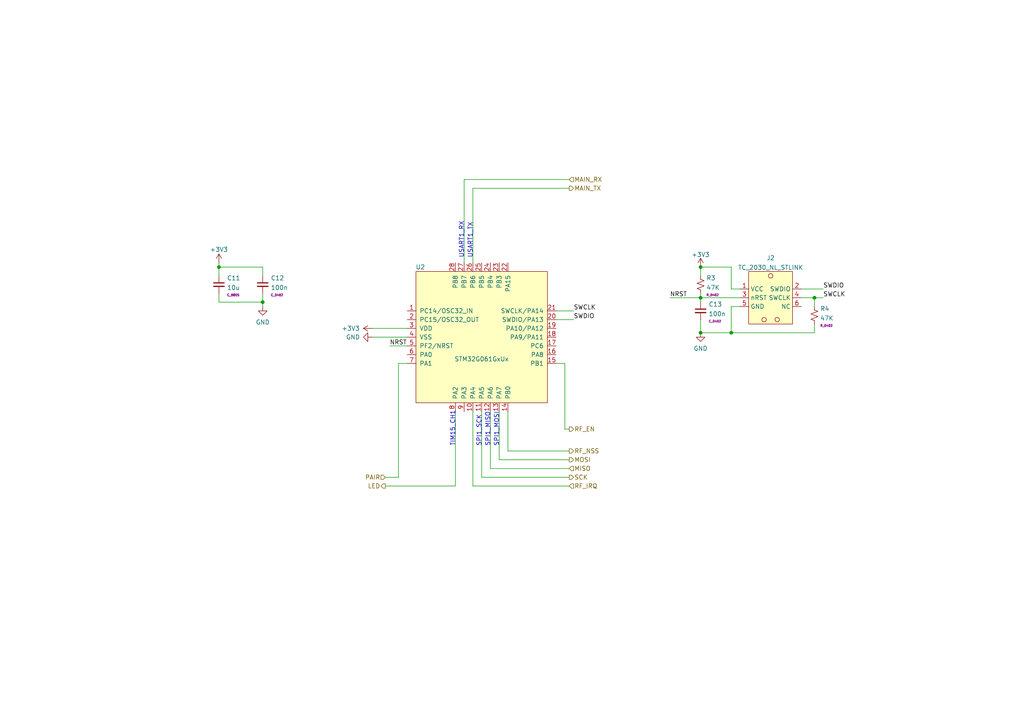
<source format=kicad_sch>
(kicad_sch (version 20211123) (generator eeschema)

  (uuid 3aa8fb0d-b354-43e3-b928-83174e118de7)

  (paper "A4")

  (lib_symbols
    (symbol "C_Capacitor:C_0402" (pin_numbers hide) (pin_names (offset 1.016)) (in_bom yes) (on_board yes)
      (property "Reference" "C" (id 0) (at 3.175 1.905 0)
        (effects (font (size 1.27 1.27)))
      )
      (property "Value" "C_0402" (id 1) (at 5.715 0 0)
        (effects (font (size 1.27 1.27)))
      )
      (property "Footprint" "C_Capacitor:C_0402" (id 2) (at -3.175 0 90)
        (effects (font (size 1.27 1.27)) hide)
      )
      (property "Datasheet" "" (id 3) (at 2.54 2.54 0)
        (effects (font (size 1.27 1.27)) hide)
      )
      (property "Size" "C_0402" (id 4) (at 4.445 -1.905 0)
        (effects (font (size 0.635 0.635)))
      )
      (symbol "C_0402_1_1"
        (polyline
          (pts
            (xy -1.524 -0.508)
            (xy 1.524 -0.508)
          )
          (stroke (width 0.3302) (type default) (color 0 0 0 0))
          (fill (type none))
        )
        (polyline
          (pts
            (xy -1.524 0.508)
            (xy 1.524 0.508)
          )
          (stroke (width 0.3048) (type default) (color 0 0 0 0))
          (fill (type none))
        )
        (pin passive line (at 0 2.54 270) (length 2.032)
          (name "~" (effects (font (size 1.27 1.27))))
          (number "1" (effects (font (size 1.27 1.27))))
        )
        (pin passive line (at 0 -2.54 90) (length 2.032)
          (name "~" (effects (font (size 1.27 1.27))))
          (number "2" (effects (font (size 1.27 1.27))))
        )
      )
    )
    (symbol "C_Capacitor:C_0805" (pin_numbers hide) (pin_names (offset 1.016)) (in_bom yes) (on_board yes)
      (property "Reference" "C" (id 0) (at 3.175 1.905 0)
        (effects (font (size 1.27 1.27)))
      )
      (property "Value" "C_0805" (id 1) (at 5.715 0 0)
        (effects (font (size 1.27 1.27)))
      )
      (property "Footprint" "C_Capacitor:C_0805" (id 2) (at -3.175 0 90)
        (effects (font (size 1.27 1.27)) hide)
      )
      (property "Datasheet" "" (id 3) (at 2.54 2.54 0)
        (effects (font (size 1.27 1.27)) hide)
      )
      (property "Size" "C_0805" (id 4) (at 4.445 -1.905 0)
        (effects (font (size 0.635 0.635)))
      )
      (symbol "C_0805_1_1"
        (polyline
          (pts
            (xy -1.524 -0.508)
            (xy 1.524 -0.508)
          )
          (stroke (width 0.3302) (type default) (color 0 0 0 0))
          (fill (type none))
        )
        (polyline
          (pts
            (xy -1.524 0.508)
            (xy 1.524 0.508)
          )
          (stroke (width 0.3048) (type default) (color 0 0 0 0))
          (fill (type none))
        )
        (pin passive line (at 0 2.54 270) (length 2.032)
          (name "~" (effects (font (size 1.27 1.27))))
          (number "1" (effects (font (size 1.27 1.27))))
        )
        (pin passive line (at 0 -2.54 90) (length 2.032)
          (name "~" (effects (font (size 1.27 1.27))))
          (number "2" (effects (font (size 1.27 1.27))))
        )
      )
    )
    (symbol "J_Connector:TC_2030_NL_STLINK" (in_bom no) (on_board yes)
      (property "Reference" "J" (id 0) (at -5.715 9.525 0)
        (effects (font (size 1.27 1.27)))
      )
      (property "Value" "TC_2030_NL_STLINK" (id 1) (at 0 -9.525 0)
        (effects (font (size 1.27 1.27)))
      )
      (property "Footprint" "N_NonPart:TagConnect_2030_NL" (id 2) (at 0 -11.43 0)
        (effects (font (size 1.27 1.27)) hide)
      )
      (property "Datasheet" "" (id 3) (at -5.715 0 0)
        (effects (font (size 1.27 1.27)) hide)
      )
      (symbol "TC_2030_NL_STLINK_0_1"
        (rectangle (start -6.35 7.62) (end 6.35 -7.62)
          (stroke (width 0.1524) (type default) (color 0 0 0 0))
          (fill (type background))
        )
        (circle (center -1.905 -6.35) (radius 0.635)
          (stroke (width 0.1524) (type default) (color 0 0 0 0))
          (fill (type none))
        )
        (circle (center 0 6.35) (radius 0.635)
          (stroke (width 0.1524) (type default) (color 0 0 0 0))
          (fill (type none))
        )
        (circle (center 1.905 -6.35) (radius 0.635)
          (stroke (width 0.1524) (type default) (color 0 0 0 0))
          (fill (type none))
        )
      )
      (symbol "TC_2030_NL_STLINK_1_1"
        (pin power_in line (at -8.89 2.54 0) (length 2.54)
          (name "VCC" (effects (font (size 1.27 1.27))))
          (number "1" (effects (font (size 1.27 1.27))))
        )
        (pin bidirectional line (at 8.89 2.54 180) (length 2.54)
          (name "SWDIO" (effects (font (size 1.27 1.27))))
          (number "2" (effects (font (size 1.27 1.27))))
        )
        (pin output line (at -8.89 0 0) (length 2.54)
          (name "nRST" (effects (font (size 1.27 1.27))))
          (number "3" (effects (font (size 1.27 1.27))))
        )
        (pin bidirectional line (at 8.89 0 180) (length 2.54)
          (name "SWCLK" (effects (font (size 1.27 1.27))))
          (number "4" (effects (font (size 1.27 1.27))))
        )
        (pin power_in line (at -8.89 -2.54 0) (length 2.54)
          (name "GND" (effects (font (size 1.27 1.27))))
          (number "5" (effects (font (size 1.27 1.27))))
        )
        (pin free line (at 8.89 -2.54 180) (length 2.54)
          (name "NC" (effects (font (size 1.27 1.27))))
          (number "6" (effects (font (size 1.27 1.27))))
        )
      )
    )
    (symbol "R_Resistor:R_0402" (pin_numbers hide) (pin_names (offset 1.016)) (in_bom yes) (on_board yes)
      (property "Reference" "R" (id 0) (at 2.54 1.905 0)
        (effects (font (size 1.27 1.27)))
      )
      (property "Value" "R_0402" (id 1) (at 5.08 0 0)
        (effects (font (size 1.27 1.27)))
      )
      (property "Footprint" "R_Resistor:R_0402" (id 2) (at -2.54 0 90)
        (effects (font (size 1.27 1.27)) hide)
      )
      (property "Datasheet" "" (id 3) (at -2.54 -3.81 0)
        (effects (font (size 1.27 1.27)) hide)
      )
      (property "Size" "R_0402" (id 4) (at 3.81 -1.905 0)
        (effects (font (size 0.635 0.635)))
      )
      (symbol "R_0402_1_1"
        (polyline
          (pts
            (xy 0 0)
            (xy 1.016 -0.381)
            (xy 0 -0.762)
            (xy -1.016 -1.143)
            (xy 0 -1.524)
          )
          (stroke (width 0) (type default) (color 0 0 0 0))
          (fill (type none))
        )
        (polyline
          (pts
            (xy 0 1.524)
            (xy 1.016 1.143)
            (xy 0 0.762)
            (xy -1.016 0.381)
            (xy 0 0)
          )
          (stroke (width 0) (type default) (color 0 0 0 0))
          (fill (type none))
        )
        (pin passive line (at 0 2.54 270) (length 1.016)
          (name "~" (effects (font (size 1.27 1.27))))
          (number "1" (effects (font (size 1.27 1.27))))
        )
        (pin passive line (at 0 -2.54 90) (length 1.016)
          (name "~" (effects (font (size 1.27 1.27))))
          (number "2" (effects (font (size 1.27 1.27))))
        )
      )
    )
    (symbol "U_MCU:STM32G061GxUx" (pin_names (offset 1.016)) (in_bom yes) (on_board yes)
      (property "Reference" "U" (id 0) (at 1.27 39.37 0)
        (effects (font (size 1.27 1.27)))
      )
      (property "Value" "STM32G061GxUx" (id 1) (at 18.395 19.05 0)
        (effects (font (size 1.27 1.27)))
      )
      (property "Footprint" "U_IC:QFN28_05_4x4" (id 2) (at 18.395 17.145 0)
        (effects (font (size 1.27 1.27)) hide)
      )
      (property "Datasheet" "" (id 3) (at 0 0 0)
        (effects (font (size 1.27 1.27)) hide)
      )
      (symbol "STM32G061GxUx_0_1"
        (rectangle (start 0 38.1) (end 38.1 0)
          (stroke (width 0) (type default) (color 0 0 0 0))
          (fill (type background))
        )
      )
      (symbol "STM32G061GxUx_1_1"
        (pin bidirectional line (at -2.54 26.67 0) (length 2.54)
          (name "PC14/OSC32_IN" (effects (font (size 1.27 1.27))))
          (number "1" (effects (font (size 1.27 1.27))))
        )
        (pin bidirectional line (at 16.51 -2.54 90) (length 2.54)
          (name "PA4" (effects (font (size 1.27 1.27))))
          (number "10" (effects (font (size 1.27 1.27))))
        )
        (pin bidirectional line (at 19.05 -2.54 90) (length 2.54)
          (name "PA5" (effects (font (size 1.27 1.27))))
          (number "11" (effects (font (size 1.27 1.27))))
        )
        (pin bidirectional line (at 21.59 -2.54 90) (length 2.54)
          (name "PA6" (effects (font (size 1.27 1.27))))
          (number "12" (effects (font (size 1.27 1.27))))
        )
        (pin bidirectional line (at 24.13 -2.54 90) (length 2.54)
          (name "PA7" (effects (font (size 1.27 1.27))))
          (number "13" (effects (font (size 1.27 1.27))))
        )
        (pin bidirectional line (at 26.67 -2.54 90) (length 2.54)
          (name "PB0" (effects (font (size 1.27 1.27))))
          (number "14" (effects (font (size 1.27 1.27))))
        )
        (pin bidirectional line (at 40.64 11.43 180) (length 2.54)
          (name "PB1" (effects (font (size 1.27 1.27))))
          (number "15" (effects (font (size 1.27 1.27))))
        )
        (pin bidirectional line (at 40.64 13.97 180) (length 2.54)
          (name "PA8" (effects (font (size 1.27 1.27))))
          (number "16" (effects (font (size 1.27 1.27))))
        )
        (pin bidirectional line (at 40.64 16.51 180) (length 2.54)
          (name "PC6" (effects (font (size 1.27 1.27))))
          (number "17" (effects (font (size 1.27 1.27))))
        )
        (pin bidirectional line (at 40.64 19.05 180) (length 2.54)
          (name "PA9/PA11" (effects (font (size 1.27 1.27))))
          (number "18" (effects (font (size 1.27 1.27))))
        )
        (pin bidirectional line (at 40.64 21.59 180) (length 2.54)
          (name "PA10/PA12" (effects (font (size 1.27 1.27))))
          (number "19" (effects (font (size 1.27 1.27))))
        )
        (pin bidirectional line (at -2.54 24.13 0) (length 2.54)
          (name "PC15/OSC32_OUT" (effects (font (size 1.27 1.27))))
          (number "2" (effects (font (size 1.27 1.27))))
        )
        (pin bidirectional line (at 40.64 24.13 180) (length 2.54)
          (name "SWDIO/PA13" (effects (font (size 1.27 1.27))))
          (number "20" (effects (font (size 1.27 1.27))))
        )
        (pin bidirectional line (at 40.64 26.67 180) (length 2.54)
          (name "SWCLK/PA14" (effects (font (size 1.27 1.27))))
          (number "21" (effects (font (size 1.27 1.27))))
        )
        (pin bidirectional line (at 26.67 40.64 270) (length 2.54)
          (name "PA15" (effects (font (size 1.27 1.27))))
          (number "22" (effects (font (size 1.27 1.27))))
        )
        (pin bidirectional line (at 24.13 40.64 270) (length 2.54)
          (name "PB3" (effects (font (size 1.27 1.27))))
          (number "23" (effects (font (size 1.27 1.27))))
        )
        (pin bidirectional line (at 21.59 40.64 270) (length 2.54)
          (name "PB4" (effects (font (size 1.27 1.27))))
          (number "24" (effects (font (size 1.27 1.27))))
        )
        (pin bidirectional line (at 19.05 40.64 270) (length 2.54)
          (name "PB5" (effects (font (size 1.27 1.27))))
          (number "25" (effects (font (size 1.27 1.27))))
        )
        (pin bidirectional line (at 16.51 40.64 270) (length 2.54)
          (name "PB6" (effects (font (size 1.27 1.27))))
          (number "26" (effects (font (size 1.27 1.27))))
        )
        (pin bidirectional line (at 13.97 40.64 270) (length 2.54)
          (name "PB7" (effects (font (size 1.27 1.27))))
          (number "27" (effects (font (size 1.27 1.27))))
        )
        (pin bidirectional line (at 11.43 40.64 270) (length 2.54)
          (name "PB8" (effects (font (size 1.27 1.27))))
          (number "28" (effects (font (size 1.27 1.27))))
        )
        (pin power_in line (at -2.54 21.59 0) (length 2.54)
          (name "VDD" (effects (font (size 1.27 1.27))))
          (number "3" (effects (font (size 1.27 1.27))))
        )
        (pin power_in line (at -2.54 19.05 0) (length 2.54)
          (name "VSS" (effects (font (size 1.27 1.27))))
          (number "4" (effects (font (size 1.27 1.27))))
        )
        (pin bidirectional line (at -2.54 16.51 0) (length 2.54)
          (name "PF2/NRST" (effects (font (size 1.27 1.27))))
          (number "5" (effects (font (size 1.27 1.27))))
        )
        (pin bidirectional line (at -2.54 13.97 0) (length 2.54)
          (name "PA0" (effects (font (size 1.27 1.27))))
          (number "6" (effects (font (size 1.27 1.27))))
        )
        (pin bidirectional line (at -2.54 11.43 0) (length 2.54)
          (name "PA1" (effects (font (size 1.27 1.27))))
          (number "7" (effects (font (size 1.27 1.27))))
        )
        (pin bidirectional line (at 11.43 -2.54 90) (length 2.54)
          (name "PA2" (effects (font (size 1.27 1.27))))
          (number "8" (effects (font (size 1.27 1.27))))
        )
        (pin bidirectional line (at 13.97 -2.54 90) (length 2.54)
          (name "PA3" (effects (font (size 1.27 1.27))))
          (number "9" (effects (font (size 1.27 1.27))))
        )
      )
    )
    (symbol "power:+3V3" (power) (pin_names (offset 0)) (in_bom yes) (on_board yes)
      (property "Reference" "#PWR" (id 0) (at 0 -3.81 0)
        (effects (font (size 1.27 1.27)) hide)
      )
      (property "Value" "+3V3" (id 1) (at 0 3.556 0)
        (effects (font (size 1.27 1.27)))
      )
      (property "Footprint" "" (id 2) (at 0 0 0)
        (effects (font (size 1.27 1.27)) hide)
      )
      (property "Datasheet" "" (id 3) (at 0 0 0)
        (effects (font (size 1.27 1.27)) hide)
      )
      (property "ki_keywords" "power-flag" (id 4) (at 0 0 0)
        (effects (font (size 1.27 1.27)) hide)
      )
      (property "ki_description" "Power symbol creates a global label with name \"+3V3\"" (id 5) (at 0 0 0)
        (effects (font (size 1.27 1.27)) hide)
      )
      (symbol "+3V3_0_1"
        (polyline
          (pts
            (xy -0.762 1.27)
            (xy 0 2.54)
          )
          (stroke (width 0) (type default) (color 0 0 0 0))
          (fill (type none))
        )
        (polyline
          (pts
            (xy 0 0)
            (xy 0 2.54)
          )
          (stroke (width 0) (type default) (color 0 0 0 0))
          (fill (type none))
        )
        (polyline
          (pts
            (xy 0 2.54)
            (xy 0.762 1.27)
          )
          (stroke (width 0) (type default) (color 0 0 0 0))
          (fill (type none))
        )
      )
      (symbol "+3V3_1_1"
        (pin power_in line (at 0 0 90) (length 0) hide
          (name "+3V3" (effects (font (size 1.27 1.27))))
          (number "1" (effects (font (size 1.27 1.27))))
        )
      )
    )
    (symbol "power:GND" (power) (pin_names (offset 0)) (in_bom yes) (on_board yes)
      (property "Reference" "#PWR" (id 0) (at 0 -6.35 0)
        (effects (font (size 1.27 1.27)) hide)
      )
      (property "Value" "GND" (id 1) (at 0 -3.81 0)
        (effects (font (size 1.27 1.27)))
      )
      (property "Footprint" "" (id 2) (at 0 0 0)
        (effects (font (size 1.27 1.27)) hide)
      )
      (property "Datasheet" "" (id 3) (at 0 0 0)
        (effects (font (size 1.27 1.27)) hide)
      )
      (property "ki_keywords" "power-flag" (id 4) (at 0 0 0)
        (effects (font (size 1.27 1.27)) hide)
      )
      (property "ki_description" "Power symbol creates a global label with name \"GND\" , ground" (id 5) (at 0 0 0)
        (effects (font (size 1.27 1.27)) hide)
      )
      (symbol "GND_0_1"
        (polyline
          (pts
            (xy 0 0)
            (xy 0 -1.27)
            (xy 1.27 -1.27)
            (xy 0 -2.54)
            (xy -1.27 -1.27)
            (xy 0 -1.27)
          )
          (stroke (width 0) (type default) (color 0 0 0 0))
          (fill (type none))
        )
      )
      (symbol "GND_1_1"
        (pin power_in line (at 0 0 270) (length 0) hide
          (name "GND" (effects (font (size 1.27 1.27))))
          (number "1" (effects (font (size 1.27 1.27))))
        )
      )
    )
  )

  (junction (at 203.2 86.36) (diameter 0) (color 0 0 0 0)
    (uuid 200b173f-cdde-446c-8a08-6b184f420c68)
  )
  (junction (at 203.2 96.52) (diameter 0) (color 0 0 0 0)
    (uuid 52dbd067-eec8-4f3d-8c35-3f78cc8aa6b7)
  )
  (junction (at 76.2 87.63) (diameter 0) (color 0 0 0 0)
    (uuid af776230-cfdb-4176-8f2f-eae32ddd8e8b)
  )
  (junction (at 63.5 77.47) (diameter 0) (color 0 0 0 0)
    (uuid b05f01cf-3a84-4771-8404-ccc0efca55a8)
  )
  (junction (at 203.2 77.47) (diameter 0) (color 0 0 0 0)
    (uuid b5f2e274-8ce1-4623-9a62-ebcbbad31139)
  )
  (junction (at 212.09 96.52) (diameter 0) (color 0 0 0 0)
    (uuid cf64915b-f7d2-4952-964d-b6bf5dc93537)
  )
  (junction (at 236.22 86.36) (diameter 0) (color 0 0 0 0)
    (uuid d9b7658e-3b3f-49b1-9006-927271899b57)
  )

  (wire (pts (xy 132.08 119.38) (xy 132.08 140.97))
    (stroke (width 0) (type default) (color 0 0 0 0))
    (uuid 0051670b-de4d-49b4-9014-5b41833df631)
  )
  (wire (pts (xy 144.78 119.38) (xy 144.78 133.35))
    (stroke (width 0) (type default) (color 0 0 0 0))
    (uuid 008c3510-8a75-43ba-936e-5e2cfb006c64)
  )
  (wire (pts (xy 203.2 96.52) (xy 212.09 96.52))
    (stroke (width 0) (type default) (color 0 0 0 0))
    (uuid 071c3ff5-a313-4af5-bca3-a1224e336535)
  )
  (wire (pts (xy 115.57 138.43) (xy 115.57 105.41))
    (stroke (width 0) (type default) (color 0 0 0 0))
    (uuid 0720285f-e29d-4333-8f5c-0bb4095ecb12)
  )
  (wire (pts (xy 212.09 88.9) (xy 212.09 96.52))
    (stroke (width 0) (type default) (color 0 0 0 0))
    (uuid 0c573d53-f669-40f7-9ba3-bc6b49de19a0)
  )
  (wire (pts (xy 137.16 140.97) (xy 137.16 119.38))
    (stroke (width 0) (type default) (color 0 0 0 0))
    (uuid 10e405b0-0891-45a8-9b70-1e4701014d58)
  )
  (wire (pts (xy 203.2 86.36) (xy 214.63 86.36))
    (stroke (width 0) (type default) (color 0 0 0 0))
    (uuid 1a916742-efb5-4d63-8f9a-a6304f5f6f31)
  )
  (wire (pts (xy 147.32 130.81) (xy 165.1 130.81))
    (stroke (width 0) (type default) (color 0 0 0 0))
    (uuid 1b8414ae-5931-4a37-b761-3a5dbb618dae)
  )
  (wire (pts (xy 194.31 86.36) (xy 203.2 86.36))
    (stroke (width 0) (type default) (color 0 0 0 0))
    (uuid 1f98e591-ee0d-46c4-873c-0f41b7025d54)
  )
  (wire (pts (xy 147.32 119.38) (xy 147.32 130.81))
    (stroke (width 0) (type default) (color 0 0 0 0))
    (uuid 23c6bd39-4a25-411c-9677-ca9d8c3e2eaa)
  )
  (wire (pts (xy 165.1 52.07) (xy 134.62 52.07))
    (stroke (width 0) (type default) (color 0 0 0 0))
    (uuid 2b81d39a-d757-40d6-953b-53e49451e6f1)
  )
  (wire (pts (xy 63.5 87.63) (xy 76.2 87.63))
    (stroke (width 0) (type default) (color 0 0 0 0))
    (uuid 33275941-74a7-419a-8c4e-917d8874d702)
  )
  (wire (pts (xy 111.76 140.97) (xy 132.08 140.97))
    (stroke (width 0) (type default) (color 0 0 0 0))
    (uuid 352e1d1f-d8c0-4df3-82c0-73f9fc548b81)
  )
  (wire (pts (xy 113.03 100.33) (xy 118.11 100.33))
    (stroke (width 0) (type default) (color 0 0 0 0))
    (uuid 3df52994-ddf0-42ef-824c-7d2934652d31)
  )
  (wire (pts (xy 236.22 86.36) (xy 238.76 86.36))
    (stroke (width 0) (type default) (color 0 0 0 0))
    (uuid 45b6fc7c-9309-472e-abf2-5f380b339b60)
  )
  (wire (pts (xy 236.22 88.9) (xy 236.22 86.36))
    (stroke (width 0) (type default) (color 0 0 0 0))
    (uuid 46254ac4-a64c-47f5-ae7a-ab9ff851720b)
  )
  (wire (pts (xy 63.5 77.47) (xy 76.2 77.47))
    (stroke (width 0) (type default) (color 0 0 0 0))
    (uuid 4f18e7a3-c165-429b-8d49-2ccfe481b0a1)
  )
  (wire (pts (xy 111.76 138.43) (xy 115.57 138.43))
    (stroke (width 0) (type default) (color 0 0 0 0))
    (uuid 5a22c4e7-ec50-4fb6-92bb-d13cbabd40af)
  )
  (wire (pts (xy 232.41 83.82) (xy 238.76 83.82))
    (stroke (width 0) (type default) (color 0 0 0 0))
    (uuid 5fcd2c9b-9115-449a-b60f-f7b911937a9e)
  )
  (wire (pts (xy 134.62 52.07) (xy 134.62 76.2))
    (stroke (width 0) (type default) (color 0 0 0 0))
    (uuid 6474a416-0d57-4ae3-a3fc-29163d924425)
  )
  (wire (pts (xy 203.2 85.09) (xy 203.2 86.36))
    (stroke (width 0) (type default) (color 0 0 0 0))
    (uuid 64fce056-5aaa-4618-8842-987f287d7dea)
  )
  (wire (pts (xy 212.09 83.82) (xy 212.09 77.47))
    (stroke (width 0) (type default) (color 0 0 0 0))
    (uuid 66788d3d-b715-4d82-8446-d2965f89a986)
  )
  (wire (pts (xy 163.83 124.46) (xy 165.1 124.46))
    (stroke (width 0) (type default) (color 0 0 0 0))
    (uuid 8072d14a-2370-42ea-9e74-9a891ed542f5)
  )
  (wire (pts (xy 76.2 77.47) (xy 76.2 80.01))
    (stroke (width 0) (type default) (color 0 0 0 0))
    (uuid 823e5e94-01a0-4461-90ad-f3be2f980259)
  )
  (wire (pts (xy 165.1 138.43) (xy 139.7 138.43))
    (stroke (width 0) (type default) (color 0 0 0 0))
    (uuid 8853ed0e-074a-46b4-9b54-d00febec10b8)
  )
  (wire (pts (xy 165.1 140.97) (xy 137.16 140.97))
    (stroke (width 0) (type default) (color 0 0 0 0))
    (uuid 8a18efa0-6d02-421d-a0a9-2a1fc61b53d5)
  )
  (wire (pts (xy 107.95 95.25) (xy 118.11 95.25))
    (stroke (width 0) (type default) (color 0 0 0 0))
    (uuid 8a22bd09-bb41-4ae5-bdd2-5807546aafd7)
  )
  (wire (pts (xy 161.29 105.41) (xy 163.83 105.41))
    (stroke (width 0) (type default) (color 0 0 0 0))
    (uuid 8b6e9726-5f3c-45ad-a2f7-c12b39e7b50f)
  )
  (wire (pts (xy 107.95 97.79) (xy 118.11 97.79))
    (stroke (width 0) (type default) (color 0 0 0 0))
    (uuid 9305b62d-20a8-4fe7-88b2-b22de42fa229)
  )
  (wire (pts (xy 76.2 85.09) (xy 76.2 87.63))
    (stroke (width 0) (type default) (color 0 0 0 0))
    (uuid 977bebb9-a124-4250-a824-885958d7617a)
  )
  (wire (pts (xy 236.22 96.52) (xy 212.09 96.52))
    (stroke (width 0) (type default) (color 0 0 0 0))
    (uuid 9cdaee65-9a60-4127-ab41-b5ed65e53958)
  )
  (wire (pts (xy 139.7 138.43) (xy 139.7 119.38))
    (stroke (width 0) (type default) (color 0 0 0 0))
    (uuid a32b85ba-3c6f-4497-a8db-a7d6c7eb43c9)
  )
  (wire (pts (xy 214.63 83.82) (xy 212.09 83.82))
    (stroke (width 0) (type default) (color 0 0 0 0))
    (uuid a38e1ee2-0a5d-4d0e-818e-c9b82886fcc8)
  )
  (wire (pts (xy 115.57 105.41) (xy 118.11 105.41))
    (stroke (width 0) (type default) (color 0 0 0 0))
    (uuid a3fcc55b-7524-4a20-ac35-014e12e49998)
  )
  (wire (pts (xy 63.5 76.2) (xy 63.5 77.47))
    (stroke (width 0) (type default) (color 0 0 0 0))
    (uuid a57898a3-9071-4156-8547-be124bec22da)
  )
  (wire (pts (xy 236.22 93.98) (xy 236.22 96.52))
    (stroke (width 0) (type default) (color 0 0 0 0))
    (uuid a8b80c69-79f9-46fa-8360-4f5fd2eca302)
  )
  (wire (pts (xy 144.78 133.35) (xy 165.1 133.35))
    (stroke (width 0) (type default) (color 0 0 0 0))
    (uuid aac08919-50c4-4bd0-9fe7-a52c766582cc)
  )
  (wire (pts (xy 214.63 88.9) (xy 212.09 88.9))
    (stroke (width 0) (type default) (color 0 0 0 0))
    (uuid b8aa57e5-7a87-41f0-bc31-0c01754f1eb9)
  )
  (wire (pts (xy 161.29 92.71) (xy 166.37 92.71))
    (stroke (width 0) (type default) (color 0 0 0 0))
    (uuid b96841e3-57b7-4460-98ef-b9ee05eb805e)
  )
  (wire (pts (xy 163.83 105.41) (xy 163.83 124.46))
    (stroke (width 0) (type default) (color 0 0 0 0))
    (uuid ba683124-2fd4-4564-8c87-f3b5ae537c81)
  )
  (wire (pts (xy 203.2 86.36) (xy 203.2 87.63))
    (stroke (width 0) (type default) (color 0 0 0 0))
    (uuid c238d971-9780-4b5e-b103-95002c9a5956)
  )
  (wire (pts (xy 142.24 135.89) (xy 142.24 119.38))
    (stroke (width 0) (type default) (color 0 0 0 0))
    (uuid c87c375e-c936-44bc-b82f-6d208e161f09)
  )
  (wire (pts (xy 63.5 80.01) (xy 63.5 77.47))
    (stroke (width 0) (type default) (color 0 0 0 0))
    (uuid cda31c20-7c90-4354-8a7f-b1cfa8fc5ba8)
  )
  (wire (pts (xy 161.29 90.17) (xy 166.37 90.17))
    (stroke (width 0) (type default) (color 0 0 0 0))
    (uuid d8853899-a410-4b72-9369-ccc8b434cbe3)
  )
  (wire (pts (xy 203.2 77.47) (xy 212.09 77.47))
    (stroke (width 0) (type default) (color 0 0 0 0))
    (uuid d95c74da-2cf1-4210-975e-67b5bed9ba5c)
  )
  (wire (pts (xy 232.41 86.36) (xy 236.22 86.36))
    (stroke (width 0) (type default) (color 0 0 0 0))
    (uuid d98dbe86-229d-4ea5-b689-e2e2f60d47b9)
  )
  (wire (pts (xy 76.2 88.9) (xy 76.2 87.63))
    (stroke (width 0) (type default) (color 0 0 0 0))
    (uuid dbc48b72-c478-4fd0-a233-d6c5de6d693d)
  )
  (wire (pts (xy 203.2 92.71) (xy 203.2 96.52))
    (stroke (width 0) (type default) (color 0 0 0 0))
    (uuid dc681f47-5aca-46a2-b739-f0e26e6e6311)
  )
  (wire (pts (xy 203.2 80.01) (xy 203.2 77.47))
    (stroke (width 0) (type default) (color 0 0 0 0))
    (uuid e97eecf2-6f3c-4ebc-8518-382e395ff10c)
  )
  (wire (pts (xy 137.16 76.2) (xy 137.16 54.61))
    (stroke (width 0) (type default) (color 0 0 0 0))
    (uuid ea88de7a-8b68-4a67-aabf-b6d64bbe43f8)
  )
  (wire (pts (xy 137.16 54.61) (xy 165.1 54.61))
    (stroke (width 0) (type default) (color 0 0 0 0))
    (uuid f18c0a33-1be9-4ec2-97f1-39872b185b97)
  )
  (wire (pts (xy 165.1 135.89) (xy 142.24 135.89))
    (stroke (width 0) (type default) (color 0 0 0 0))
    (uuid f252a72e-f085-4a2f-a3f8-4e2deb55762c)
  )
  (wire (pts (xy 63.5 85.09) (xy 63.5 87.63))
    (stroke (width 0) (type default) (color 0 0 0 0))
    (uuid f2a611a6-83af-4c40-806e-1bcc79584392)
  )

  (text "USART1_TX" (at 137.16 74.93 90)
    (effects (font (size 1.27 1.27)) (justify left bottom))
    (uuid 010a5a8c-4d34-4861-abd1-3b1399cd3a84)
  )
  (text "USART1_RX" (at 134.62 74.93 90)
    (effects (font (size 1.27 1.27)) (justify left bottom))
    (uuid 1696b1a7-6b4d-41f1-9de5-5f9aaf322c4b)
  )
  (text "SPI1_SCK" (at 139.7 129.54 90)
    (effects (font (size 1.27 1.27)) (justify left bottom))
    (uuid 2d25bb94-f8d1-4de3-8b71-f5ff66ed02a8)
  )
  (text "TIM15_CH1" (at 132.08 129.54 90)
    (effects (font (size 1.27 1.27)) (justify left bottom))
    (uuid 4705cc06-9df0-4ec8-9826-27ecf133b426)
  )
  (text "SPI1_MOSI" (at 144.78 129.54 90)
    (effects (font (size 1.27 1.27)) (justify left bottom))
    (uuid a4f853f6-af6f-4587-9db0-690b028a8698)
  )
  (text "SPI1_MISO" (at 142.24 129.54 90)
    (effects (font (size 1.27 1.27)) (justify left bottom))
    (uuid db86ae7c-bc4e-4b2e-805a-8cde84dd8af6)
  )

  (label "NRST" (at 194.31 86.36 0)
    (effects (font (size 1.27 1.27)) (justify left bottom))
    (uuid 07a15e8c-9597-4b60-9c7e-fcd0da2fd462)
  )
  (label "SWDIO" (at 238.76 83.82 0)
    (effects (font (size 1.27 1.27)) (justify left bottom))
    (uuid 2e638698-5d9d-4f51-acba-b8063633885e)
  )
  (label "SWCLK" (at 166.37 90.17 0)
    (effects (font (size 1.27 1.27)) (justify left bottom))
    (uuid a6411d23-18a1-448a-a35e-7caa0ab87904)
  )
  (label "SWCLK" (at 238.76 86.36 0)
    (effects (font (size 1.27 1.27)) (justify left bottom))
    (uuid c6c88e63-3fa5-4550-8d3e-fbdad399922a)
  )
  (label "SWDIO" (at 166.37 92.71 0)
    (effects (font (size 1.27 1.27)) (justify left bottom))
    (uuid dd4be04d-fbbf-4792-8b5d-ba711361546d)
  )
  (label "NRST" (at 113.03 100.33 0)
    (effects (font (size 1.27 1.27)) (justify left bottom))
    (uuid eaab1d3c-d3a5-444e-845c-1296e5fda08a)
  )

  (hierarchical_label "MISO" (shape input) (at 165.1 135.89 0)
    (effects (font (size 1.27 1.27)) (justify left))
    (uuid 1b1bfad2-5051-41a8-a44f-aba72b388a0c)
  )
  (hierarchical_label "PAIR" (shape input) (at 111.76 138.43 180)
    (effects (font (size 1.27 1.27)) (justify right))
    (uuid 1e407100-304a-4132-8ca8-946ab3baafaa)
  )
  (hierarchical_label "RF_IRQ" (shape input) (at 165.1 140.97 0)
    (effects (font (size 1.27 1.27)) (justify left))
    (uuid 2a960024-bdc9-41ea-b3f8-9fc6a7404ee6)
  )
  (hierarchical_label "RF_EN" (shape output) (at 165.1 124.46 0)
    (effects (font (size 1.27 1.27)) (justify left))
    (uuid 31c8b217-8774-45eb-9421-2f0e24eee794)
  )
  (hierarchical_label "SCK" (shape output) (at 165.1 138.43 0)
    (effects (font (size 1.27 1.27)) (justify left))
    (uuid 892e1ec6-8f87-47f5-828e-5ea8d7b8bc73)
  )
  (hierarchical_label "RF_NSS" (shape output) (at 165.1 130.81 0)
    (effects (font (size 1.27 1.27)) (justify left))
    (uuid 8d935791-3132-4995-a486-ca945a89f873)
  )
  (hierarchical_label "MOSI" (shape output) (at 165.1 133.35 0)
    (effects (font (size 1.27 1.27)) (justify left))
    (uuid 9270cde8-f7ee-4b79-b4f4-4a158f0b9f9b)
  )
  (hierarchical_label "LED" (shape output) (at 111.76 140.97 180)
    (effects (font (size 1.27 1.27)) (justify right))
    (uuid bf5b47bd-b2c6-4e30-9bcf-674121a00c2c)
  )
  (hierarchical_label "MAIN_TX" (shape output) (at 165.1 54.61 0)
    (effects (font (size 1.27 1.27)) (justify left))
    (uuid d2b5a82f-d896-4999-bd54-26e1043c6782)
  )
  (hierarchical_label "MAIN_RX" (shape input) (at 165.1 52.07 0)
    (effects (font (size 1.27 1.27)) (justify left))
    (uuid d399e30a-80a9-4f2e-921b-9699e621fb5c)
  )

  (symbol (lib_id "power:+3V3") (at 63.5 76.2 0) (unit 1)
    (in_bom yes) (on_board yes)
    (uuid 227deb12-8fd2-46b3-9ebf-e112d0c47c82)
    (property "Reference" "#PWR011" (id 0) (at 63.5 80.01 0)
      (effects (font (size 1.27 1.27)) hide)
    )
    (property "Value" "+3V3" (id 1) (at 63.5 72.39 0))
    (property "Footprint" "" (id 2) (at 63.5 76.2 0)
      (effects (font (size 1.27 1.27)) hide)
    )
    (property "Datasheet" "" (id 3) (at 63.5 76.2 0)
      (effects (font (size 1.27 1.27)) hide)
    )
    (pin "1" (uuid f3d5b923-4a62-4a9c-871d-32e4d7d7dbab))
  )

  (symbol (lib_id "power:GND") (at 203.2 96.52 0) (unit 1)
    (in_bom yes) (on_board yes) (fields_autoplaced)
    (uuid 3c46a2d8-dbc8-494d-a143-d22be84f23f3)
    (property "Reference" "#PWR017" (id 0) (at 203.2 102.87 0)
      (effects (font (size 1.27 1.27)) hide)
    )
    (property "Value" "GND" (id 1) (at 203.2 101.0825 0))
    (property "Footprint" "" (id 2) (at 203.2 96.52 0)
      (effects (font (size 1.27 1.27)) hide)
    )
    (property "Datasheet" "" (id 3) (at 203.2 96.52 0)
      (effects (font (size 1.27 1.27)) hide)
    )
    (pin "1" (uuid 3badbd85-e2d3-42dc-a196-dd4cea8682d5))
  )

  (symbol (lib_id "power:+3V3") (at 107.95 95.25 90) (unit 1)
    (in_bom yes) (on_board yes)
    (uuid 4511a38a-5100-4df8-88e1-5a3b64b92911)
    (property "Reference" "#PWR014" (id 0) (at 111.76 95.25 0)
      (effects (font (size 1.27 1.27)) hide)
    )
    (property "Value" "+3V3" (id 1) (at 99.06 95.25 90)
      (effects (font (size 1.27 1.27)) (justify right))
    )
    (property "Footprint" "" (id 2) (at 107.95 95.25 0)
      (effects (font (size 1.27 1.27)) hide)
    )
    (property "Datasheet" "" (id 3) (at 107.95 95.25 0)
      (effects (font (size 1.27 1.27)) hide)
    )
    (pin "1" (uuid 64aa0902-ee17-47d4-ab92-b30290d4903b))
  )

  (symbol (lib_id "power:GND") (at 107.95 97.79 270) (unit 1)
    (in_bom yes) (on_board yes)
    (uuid 4a1f5b3e-897c-4c3b-9826-ecd7f3f7a584)
    (property "Reference" "#PWR015" (id 0) (at 101.6 97.79 0)
      (effects (font (size 1.27 1.27)) hide)
    )
    (property "Value" "GND" (id 1) (at 100.33 97.79 90)
      (effects (font (size 1.27 1.27)) (justify left))
    )
    (property "Footprint" "" (id 2) (at 107.95 97.79 0)
      (effects (font (size 1.27 1.27)) hide)
    )
    (property "Datasheet" "" (id 3) (at 107.95 97.79 0)
      (effects (font (size 1.27 1.27)) hide)
    )
    (pin "1" (uuid dc6d2a2b-55d8-45d7-b1bf-5e2de5359b22))
  )

  (symbol (lib_id "power:+3V3") (at 203.2 77.47 0) (unit 1)
    (in_bom yes) (on_board yes) (fields_autoplaced)
    (uuid 4b85bced-0d98-45d5-8d6e-888fa3cc7301)
    (property "Reference" "#PWR016" (id 0) (at 203.2 81.28 0)
      (effects (font (size 1.27 1.27)) hide)
    )
    (property "Value" "+3V3" (id 1) (at 203.2 73.8655 0))
    (property "Footprint" "" (id 2) (at 203.2 77.47 0)
      (effects (font (size 1.27 1.27)) hide)
    )
    (property "Datasheet" "" (id 3) (at 203.2 77.47 0)
      (effects (font (size 1.27 1.27)) hide)
    )
    (pin "1" (uuid c8719d7f-0dea-47ed-a340-83fb6cd2cd4d))
  )

  (symbol (lib_id "power:GND") (at 76.2 88.9 0) (unit 1)
    (in_bom yes) (on_board yes) (fields_autoplaced)
    (uuid 60b7e46d-054d-4d27-b522-185a061a7014)
    (property "Reference" "#PWR012" (id 0) (at 76.2 95.25 0)
      (effects (font (size 1.27 1.27)) hide)
    )
    (property "Value" "GND" (id 1) (at 76.2 93.4625 0))
    (property "Footprint" "" (id 2) (at 76.2 88.9 0)
      (effects (font (size 1.27 1.27)) hide)
    )
    (property "Datasheet" "" (id 3) (at 76.2 88.9 0)
      (effects (font (size 1.27 1.27)) hide)
    )
    (pin "1" (uuid bb1fc33e-bdbc-4eba-8db8-2dbba7eafb25))
  )

  (symbol (lib_id "J_Connector:TC_2030_NL_STLINK") (at 223.52 86.36 0) (unit 1)
    (in_bom no) (on_board yes) (fields_autoplaced)
    (uuid 7a343669-e30d-4ddb-bbfd-8fb9c8060118)
    (property "Reference" "J2" (id 0) (at 223.52 74.8243 0))
    (property "Value" "TC_2030_NL_STLINK" (id 1) (at 223.52 77.5994 0))
    (property "Footprint" "N_NonPart:TagConnect_2030_NL" (id 2) (at 223.52 97.79 0)
      (effects (font (size 1.27 1.27)) hide)
    )
    (property "Datasheet" "" (id 3) (at 217.805 86.36 0)
      (effects (font (size 1.27 1.27)) hide)
    )
    (pin "1" (uuid 1e41e693-1b0c-4a15-ae0f-ed0e88ade4a2))
    (pin "2" (uuid 45bd6cbb-eb4c-4fc2-adfd-00dff95179a7))
    (pin "3" (uuid 4821b9d4-b973-4da4-9622-81e5e27a6617))
    (pin "4" (uuid 1e7c24ad-03b6-47a8-b896-00a4084ea34b))
    (pin "5" (uuid aec7e905-4a29-4391-bf8e-ff692878aae6))
    (pin "6" (uuid 405e6150-9894-4957-9c8e-2b61567de643))
  )

  (symbol (lib_id "R_Resistor:R_0402") (at 236.22 91.44 0) (unit 1)
    (in_bom yes) (on_board yes) (fields_autoplaced)
    (uuid 82c2ff6c-96a6-4a32-a74b-bb5383bc9904)
    (property "Reference" "R4" (id 0) (at 237.871 89.5347 0)
      (effects (font (size 1.27 1.27)) (justify left))
    )
    (property "Value" "47K" (id 1) (at 237.871 92.3098 0)
      (effects (font (size 1.27 1.27)) (justify left))
    )
    (property "Footprint" "R_Resistor:R_0402" (id 2) (at 233.68 91.44 90)
      (effects (font (size 1.27 1.27)) hide)
    )
    (property "Datasheet" "" (id 3) (at 233.68 95.25 0)
      (effects (font (size 1.27 1.27)) hide)
    )
    (property "Size" "R_0402" (id 4) (at 237.871 94.4547 0)
      (effects (font (size 0.635 0.635)) (justify left))
    )
    (pin "1" (uuid 4638160d-4781-4e9c-bb0f-b09403720cf6))
    (pin "2" (uuid d60a7999-cb2b-4b89-b741-15b7bcfdd08a))
  )

  (symbol (lib_id "C_Capacitor:C_0805") (at 63.5 82.55 0) (unit 1)
    (in_bom yes) (on_board yes) (fields_autoplaced)
    (uuid 9361635a-60fb-4fc6-9cff-90130a333ba8)
    (property "Reference" "C11" (id 0) (at 65.8241 80.651 0)
      (effects (font (size 1.27 1.27)) (justify left))
    )
    (property "Value" "10u" (id 1) (at 65.8241 83.4261 0)
      (effects (font (size 1.27 1.27)) (justify left))
    )
    (property "Footprint" "C_Capacitor:C_0805" (id 2) (at 60.325 82.55 90)
      (effects (font (size 1.27 1.27)) hide)
    )
    (property "Datasheet" "" (id 3) (at 66.04 80.01 0)
      (effects (font (size 1.27 1.27)) hide)
    )
    (property "Size" "C_0805" (id 4) (at 65.8241 85.571 0)
      (effects (font (size 0.635 0.635)) (justify left))
    )
    (pin "1" (uuid 2174a362-9ad8-4c07-9c2e-382394eae881))
    (pin "2" (uuid 95bc8f1a-cd6d-4f5c-9621-9a0fcc480b36))
  )

  (symbol (lib_id "R_Resistor:R_0402") (at 203.2 82.55 0) (unit 1)
    (in_bom yes) (on_board yes) (fields_autoplaced)
    (uuid a71ed36b-fcc3-4014-8309-e07b352f3d03)
    (property "Reference" "R3" (id 0) (at 204.851 80.6447 0)
      (effects (font (size 1.27 1.27)) (justify left))
    )
    (property "Value" "47K" (id 1) (at 204.851 83.4198 0)
      (effects (font (size 1.27 1.27)) (justify left))
    )
    (property "Footprint" "R_Resistor:R_0402" (id 2) (at 200.66 82.55 90)
      (effects (font (size 1.27 1.27)) hide)
    )
    (property "Datasheet" "" (id 3) (at 200.66 86.36 0)
      (effects (font (size 1.27 1.27)) hide)
    )
    (property "Size" "R_0402" (id 4) (at 204.851 85.5647 0)
      (effects (font (size 0.635 0.635)) (justify left))
    )
    (pin "1" (uuid 9fdd7613-7acd-4eb8-b47e-82891b9e9cf1))
    (pin "2" (uuid b7001177-78c8-445a-9be8-a6aa32a6057b))
  )

  (symbol (lib_id "U_MCU:STM32G061GxUx") (at 120.65 116.84 0) (unit 1)
    (in_bom yes) (on_board yes)
    (uuid e54fe45d-d8c3-4139-986e-f760a37ca36c)
    (property "Reference" "U2" (id 0) (at 121.92 77.47 0))
    (property "Value" "STM32G061GxUx" (id 1) (at 139.7 104.14 0))
    (property "Footprint" "U_IC:QFN28_05_4x4" (id 2) (at 139.045 99.695 0)
      (effects (font (size 1.27 1.27)) hide)
    )
    (property "Datasheet" "" (id 3) (at 120.65 116.84 0)
      (effects (font (size 1.27 1.27)) hide)
    )
    (pin "1" (uuid 2b3e9f7f-d1b0-44cb-ab0d-99e195880f92))
    (pin "10" (uuid 3e35b48a-6288-44fd-9d96-79e3485bcc1b))
    (pin "11" (uuid 05bd9f17-ef09-4243-ace0-ef9043b29a4e))
    (pin "12" (uuid cd76156e-8abf-4daa-a780-ac38c0bf6c0d))
    (pin "13" (uuid 31feacd3-2532-4236-a9c3-da241ebcab62))
    (pin "14" (uuid 5da9062a-e7ca-4be0-9c62-f9bf32142b83))
    (pin "15" (uuid 9a4edbff-0e6a-478f-bf8b-45db7247f986))
    (pin "16" (uuid 8b91be8c-b4d5-4493-9d68-95098935d26d))
    (pin "17" (uuid f279a1e6-3cdc-4e7a-8847-b3697a3da413))
    (pin "18" (uuid 3b340f02-34ef-4cbf-8902-9be52044a661))
    (pin "19" (uuid 1cdd2e4e-068d-4173-a5ca-238371ef4a6f))
    (pin "2" (uuid cb372891-eae9-421a-9cc2-5616cdb1ec8c))
    (pin "20" (uuid 219448b3-a612-4edb-9d8a-4cb799a7f77e))
    (pin "21" (uuid 0efb9bfa-4abf-40e6-996d-3846c091f809))
    (pin "22" (uuid 117f8612-b429-4239-b2d2-87c0cbd48d17))
    (pin "23" (uuid 068bfcac-cd9c-4ce4-b66a-1a83b373dd8c))
    (pin "24" (uuid 515dbb9f-08c8-47e3-8e67-f4cb1b01e1a9))
    (pin "25" (uuid dc790ded-742d-4cd2-abb5-b3086fe3d8ac))
    (pin "26" (uuid b1cb3b9c-d395-453c-bc92-1caad72e21e3))
    (pin "27" (uuid 68e70883-9f8c-4457-92b2-79ed9ec5f220))
    (pin "28" (uuid b7663d9a-7820-4879-8b7a-5043c4dc8939))
    (pin "3" (uuid f925db6e-75ec-4cfd-abe9-505862df28b3))
    (pin "4" (uuid 13ed3d22-7aca-430d-96f4-78ece3e901e6))
    (pin "5" (uuid 2e1a7667-b73c-49b5-aa8c-fbc1aeff6a01))
    (pin "6" (uuid a294097c-9bbb-4b75-a36b-f0f4735b2083))
    (pin "7" (uuid 53637c85-031b-4e1d-abc0-6fc82a431e39))
    (pin "8" (uuid 2586e912-443a-4ce9-8f0c-52ed9e0c37ee))
    (pin "9" (uuid 262592d7-58d4-4fe9-af31-cbdee11aa0d3))
  )

  (symbol (lib_id "C_Capacitor:C_0402") (at 76.2 82.55 0) (unit 1)
    (in_bom yes) (on_board yes) (fields_autoplaced)
    (uuid e63599af-0440-495e-b8ec-63a9a02eac95)
    (property "Reference" "C12" (id 0) (at 78.5241 80.651 0)
      (effects (font (size 1.27 1.27)) (justify left))
    )
    (property "Value" "100n" (id 1) (at 78.5241 83.4261 0)
      (effects (font (size 1.27 1.27)) (justify left))
    )
    (property "Footprint" "C_Capacitor:C_0402" (id 2) (at 73.025 82.55 90)
      (effects (font (size 1.27 1.27)) hide)
    )
    (property "Datasheet" "" (id 3) (at 78.74 80.01 0)
      (effects (font (size 1.27 1.27)) hide)
    )
    (property "Size" "C_0402" (id 4) (at 78.5241 85.571 0)
      (effects (font (size 0.635 0.635)) (justify left))
    )
    (pin "1" (uuid f4b9e985-f43e-4c56-805b-a791e125f9f1))
    (pin "2" (uuid 790abcda-71c6-4a8b-ab0f-c6d346a2123b))
  )

  (symbol (lib_id "C_Capacitor:C_0402") (at 203.2 90.17 0) (unit 1)
    (in_bom yes) (on_board yes) (fields_autoplaced)
    (uuid f0a243e2-ab7f-409c-b442-1fb003aa4d16)
    (property "Reference" "C13" (id 0) (at 205.5241 88.271 0)
      (effects (font (size 1.27 1.27)) (justify left))
    )
    (property "Value" "100n" (id 1) (at 205.5241 91.0461 0)
      (effects (font (size 1.27 1.27)) (justify left))
    )
    (property "Footprint" "C_Capacitor:C_0402" (id 2) (at 200.025 90.17 90)
      (effects (font (size 1.27 1.27)) hide)
    )
    (property "Datasheet" "" (id 3) (at 205.74 87.63 0)
      (effects (font (size 1.27 1.27)) hide)
    )
    (property "Size" "C_0402" (id 4) (at 205.5241 93.191 0)
      (effects (font (size 0.635 0.635)) (justify left))
    )
    (pin "1" (uuid ec87c07d-4f13-4b27-931c-68703293fc66))
    (pin "2" (uuid 8d2da1b2-32c1-46ee-a8c2-2b7473035513))
  )
)

</source>
